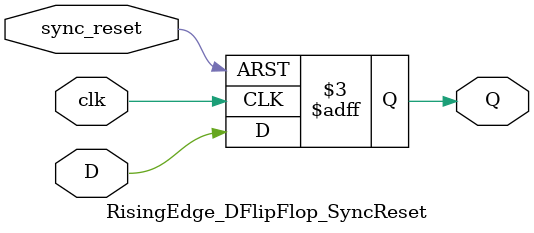
<source format=v>


module RisingEdge_DFlipFlop_SyncReset(D,clk,sync_reset,Q);
input D;
input clk;
input sync_reset;
output reg Q;
always @(posedge clk or posedge sync_reset)
begin
 if (sync_reset==1'b1)
   Q <= 1'b0;
 else
   Q <= D;
end
endmodule
</source>
